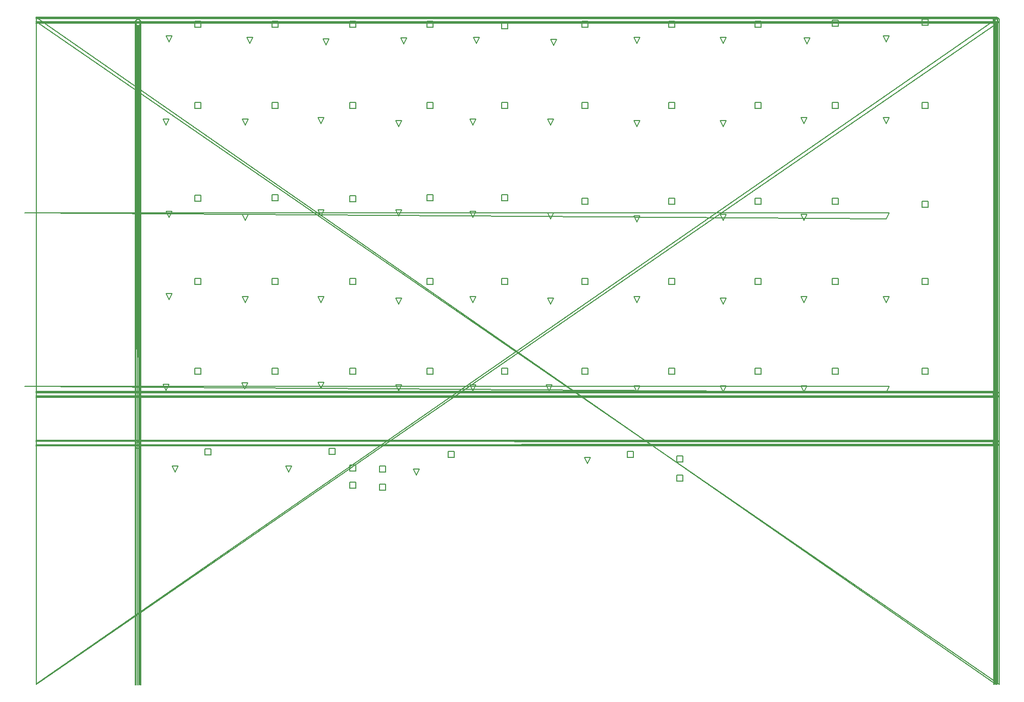
<source format=gbr>
%FSTAX25Y25*%
%MOMM*%
%SFA1B1*%

%IPPOS*%
%ADD33C,0.127000*%
%ADD34C,0.169330*%
%LNldo_test_drawing_1-1*%
%LPD*%
G54D33*
X7049198Y4531697D02*
Y4633297D01*
X7150798*
Y4531697*
X7049198*
Y4820081D02*
Y4921681D01*
X7150798*
Y4820081*
X7049198*
X7549197Y4499198D02*
Y4600798D01*
X7650797*
Y4499198*
X7549197*
Y4799197D02*
Y4900797D01*
X7650797*
Y4799197*
X7549197*
X11704797Y5049199D02*
Y5150799D01*
X11806397*
Y5049199*
X11704797*
X4619198Y5089197D02*
Y5190797D01*
X4720798*
Y5089197*
X4619198*
X12534198Y4649198D02*
Y4750798D01*
X12635798*
Y4649198*
X12534198*
Y4974198D02*
Y5075798D01*
X12635798*
Y4974198*
X12534198*
X8699197Y5049199D02*
Y5150799D01*
X8800797*
Y5049199*
X8699197*
X6704197Y5094198D02*
Y5195798D01*
X6805797*
Y5094198*
X6704197*
X12399197Y6444198D02*
Y6545798D01*
X12500797*
Y6444198*
X12399197*
X13849197D02*
Y6545798D01*
X13950797*
Y6444198*
X13849197*
X15149197D02*
Y6545798D01*
X15250797*
Y6444198*
X15149197*
X16649199D02*
Y6545798D01*
X16750799*
Y6444198*
X16649199*
X9599198D02*
Y6545798D01*
X9700798*
Y6444198*
X9599198*
X8349198D02*
Y6545798D01*
X8450798*
Y6444198*
X8349198*
X7049198D02*
Y6545798D01*
X7150798*
Y6444198*
X7049198*
X5749198D02*
Y6545798D01*
X5850798*
Y6444198*
X5749198*
X4449198D02*
Y6545798D01*
X4550798*
Y6444198*
X4449198*
X16649199Y7949199D02*
Y8050799D01*
X16750799*
Y7949199*
X16649199*
X15149197D02*
Y8050799D01*
X15250797*
Y7949199*
X15149197*
X13849197D02*
Y8050799D01*
X13950797*
Y7949199*
X13849197*
X12399197D02*
Y8050799D01*
X12500797*
Y7949199*
X12399197*
X13849197Y9299199D02*
Y9400799D01*
X13950797*
Y9299199*
X13849197*
X10949198Y7949199D02*
Y8050799D01*
X11050798*
Y7949199*
X10949198*
X9599198D02*
Y8050799D01*
X9700798*
Y7949199*
X9599198*
X8349198D02*
Y8050799D01*
X8450798*
Y7949199*
X8349198*
X7049198D02*
Y8050799D01*
X7150798*
Y7949199*
X7049198*
X5749198D02*
Y8050799D01*
X5850798*
Y7949199*
X5749198*
X4449198D02*
Y8050799D01*
X4550798*
Y7949199*
X4449198*
X16649199Y9249199D02*
Y9350799D01*
X16750799*
Y9249199*
X16649199*
X15149197Y9294197D02*
Y9395797D01*
X15250797*
Y9294197*
X15149197*
X12399197D02*
Y9395797D01*
X12500797*
Y9294197*
X12399197*
X10949198D02*
Y9395797D01*
X11050798*
Y9294197*
X10949198*
X9599198Y9356699D02*
Y9458299D01*
X9700798*
Y9356699*
X9599198*
X8349198D02*
Y9458299D01*
X8450798*
Y9356699*
X8349198*
X7049198Y9342399D02*
Y9443999D01*
X7150798*
Y9342399*
X7049198*
X4449198Y9344197D02*
Y9445797D01*
X4550798*
Y9344197*
X4449198*
X5749198Y9356699D02*
Y9458299D01*
X5850798*
Y9356699*
X5749198*
X16649199Y10906699D02*
Y11008299D01*
X16750799*
Y10906699*
X16649199*
X15149197D02*
Y11008299D01*
X15250797*
Y10906699*
X15149197*
X13849197D02*
Y11008299D01*
X13950797*
Y10906699*
X13849197*
X12399197D02*
Y11008299D01*
X12500797*
Y10906699*
X12399197*
X10949198D02*
Y11008299D01*
X11050798*
Y10906699*
X10949198*
X9599198D02*
Y11008299D01*
X9700798*
Y10906699*
X9599198*
X8349198D02*
Y11008299D01*
X8450798*
Y10906699*
X8349198*
X7049198D02*
Y11008299D01*
X7150798*
Y10906699*
X7049198*
X5749198D02*
Y11008299D01*
X5850798*
Y10906699*
X5749198*
X4449198D02*
Y11008299D01*
X4550798*
Y10906699*
X4449198*
X16649199Y12304699D02*
Y12406299D01*
X16750799*
Y12304699*
X16649199*
X15149197Y12288598D02*
Y12390198D01*
X15250797*
Y12288598*
X15149197*
X13849197Y12266099D02*
Y12367699D01*
X13950797*
Y12266099*
X13849197*
X12399197Y12266698D02*
Y12368298D01*
X12500797*
Y12266698*
X12399197*
X9599198Y12244199D02*
Y12345799D01*
X9700798*
Y12244199*
X9599198*
X10949198Y12271697D02*
Y12373297D01*
X11050798*
Y12271697*
X10949198*
X8349198D02*
Y12373297D01*
X8450798*
Y12271697*
X8349198*
X7049198D02*
Y12373297D01*
X7150798*
Y12271697*
X7049198*
X5749198Y12269198D02*
Y12370798D01*
X5850798*
Y12269198*
X5749198*
X4449198Y12271697D02*
Y12373297D01*
X4550798*
Y12271697*
X4449198*
X10949198Y6444198D02*
Y6545798D01*
X11050798*
Y6444198*
X10949198*
X6024999Y4799197D02*
X5974199Y4900797D01*
X6075799*
X6024999Y4799197*
X8169998Y4749198D02*
X8119198Y4850798D01*
X8220798*
X8169998Y4749198*
X11041049Y4949197D02*
X10990249Y5050797D01*
X11091849*
X11041049Y4949197*
X4119999Y4799197D02*
X4069199Y4900797D01*
X4170799*
X4119999Y4799197*
X14669998Y7649199D02*
X14619198Y7750799D01*
X14720798*
X14669998Y7649199*
X13319998Y7624198D02*
X13269198Y7725798D01*
X13370798*
X13319998Y7624198*
X11869999Y7649199D02*
X11819199Y7750799D01*
X11920799*
X11869999Y7649199*
X10419999Y7624198D02*
X10369199Y7725798D01*
X10470799*
X10419999Y7624198*
X9119999Y7649199D02*
X9069199Y7750799D01*
X9170799*
X9119999Y7649199*
X7869999Y7624198D02*
X7819199Y7725798D01*
X7920799*
X7869999Y7624198*
X6569999Y7649199D02*
X6519199Y7750799D01*
X6620799*
X6569999Y7649199*
X5299999D02*
X5249199Y7750799D01*
X5350799*
X5299999Y7649199*
X4024998Y7699199D02*
X3974198Y7800799D01*
X4075798*
X4024998Y7699199*
Y9074198D02*
X3974198Y9175798D01*
X4075798*
X4024998Y9074198*
X5299999Y9024198D02*
X5249199Y9125798D01*
X5350799*
X5299999Y9024198*
X6569999Y9099199D02*
X6519199Y9200799D01*
X6620799*
X6569999Y9099199*
X7869999D02*
X7819199Y9200799D01*
X7920799*
X7869999Y9099199*
X9119999Y9074198D02*
X9069199Y9175798D01*
X9170799*
X9119999Y9074198*
X10419999Y9049199D02*
X10369199Y9150799D01*
X10470799*
X10419999Y9049199*
X7869999Y10599199D02*
X7819199Y10700799D01*
X7920799*
X7869999Y10599199*
X6569999Y10649198D02*
X6519199Y10750798D01*
X6620799*
X6569999Y10649198*
X5299999Y10624197D02*
X5249199Y10725797D01*
X5350799*
X5299999Y10624197*
X3969999D02*
X3919199Y10725797D01*
X4020799*
X3969999Y10624197*
X4024998Y12024199D02*
X3974198Y12125799D01*
X4075798*
X4024998Y12024199*
X5374998Y11999198D02*
X5324198Y12100798D01*
X5425798*
X5374998Y11999198*
X6649999Y11974197D02*
X6599199Y12075797D01*
X6700799*
X6649999Y11974197*
X7954998Y11986948D02*
X7904198Y12088548D01*
X8005798*
X7954998Y11986948*
X10419999Y10624197D02*
X10369199Y10725797D01*
X10470799*
X10419999Y10624197*
X9119999D02*
X9069199Y10725797D01*
X9170799*
X9119999Y10624197*
X9174998Y11999198D02*
X9124198Y12100798D01*
X9225798*
X9174998Y11999198*
X10474998Y11965449D02*
X10424198Y12067049D01*
X10525798*
X10474998Y11965449*
X13319998Y11999198D02*
X13269198Y12100798D01*
X13370798*
X13319998Y11999198*
X11869999D02*
X11819199Y12100798D01*
X11920799*
X11869999Y11999198*
X14724999Y11986948D02*
X14674199Y12088548D01*
X14775799*
X14724999Y11986948*
X16049998Y12024199D02*
X15999198Y12125799D01*
X16100798*
X16049998Y12024199*
X11869999Y10599199D02*
X11819199Y10700799D01*
X11920799*
X11869999Y10599199*
X13319998D02*
X13269198Y10700799D01*
X13370798*
X13319998Y10599199*
X14669998Y10649198D02*
X14619198Y10750798D01*
X14720798*
X14669998Y10649198*
X16049998D02*
X15999198Y10750798D01*
X16100798*
X16049998Y10649198*
X11869999Y8999199D02*
X11819199Y9100799D01*
X11920799*
X11869999Y8999199*
X13319998Y9024198D02*
X13269198Y9125798D01*
X13370798*
X13319998Y9024198*
X14669998D02*
X14619198Y9125798D01*
X14720798*
X14669998Y9024198*
X16052198Y9049199D02*
X160014Y9150799D01*
X16102998*
X16052198Y9049199*
X16049998Y7649199D02*
X15999198Y7750799D01*
X16100798*
X16049998Y7649199*
X16052198Y6135598D02*
X160014Y6237198D01*
X16102998*
X16052198Y6135598*
X14669998Y6151699D02*
X14619198Y6253299D01*
X14720798*
X14669998Y6151699*
X13319998Y6149197D02*
X13269198Y6250797D01*
X13370798*
X13319998Y6149197*
X11869999D02*
X11819199Y6250797D01*
X11920799*
X11869999Y6149197*
X10399999Y6168547D02*
X10349199Y6270147D01*
X10450799*
X10399999Y6168547*
X9119999Y6165397D02*
X9069199Y6266997D01*
X9170799*
X9119999Y6165397*
X7869999Y6168547D02*
X7819199Y6270147D01*
X7920799*
X7869999Y6168547*
X6569999Y6204198D02*
X6519199Y6305798D01*
X6620799*
X6569999Y6204198*
X5294998Y6199197D02*
X5244198Y6300797D01*
X5345798*
X5294998Y6199197*
X3969999Y6174198D02*
X3919199Y6275798D01*
X4020799*
X3969999Y6174198*
G54D34*
X17950799Y6106203D02*
D01*
X17950675Y6109746*
X17950304Y6113272*
X17949689Y6116764*
X17948831Y6120206*
X17947733Y6123576*
X17946408Y6126866*
X17944853Y6130051*
X1794308Y6133122*
X17941096Y6136063*
X17938912Y6138857*
X1793654Y6141491*
X1793399Y6143955*
X17931274Y6146233*
X17928404Y6148318*
X17925399Y6150195*
X17922267Y6151862*
X17919029Y6153302*
X17915696Y6154516*
X17912288Y6155494*
X17908821Y6156231*
X17905308Y6156723*
X17901772Y6156972*
X17898226*
X17894688Y6156723*
X17891178Y6156231*
X17887708Y6155494*
X178843Y6154516*
X17880967Y6153302*
X17877729Y6151862*
X17874599Y6150195*
X17871592Y6148318*
X17868722Y6146233*
X17866006Y6143955*
X17863456Y6141491*
X17861084Y6138857*
X178589Y6136063*
X17856918Y6133122*
X17855145Y6130051*
X17853591Y6126866*
X17852263Y6123576*
X17851165Y6120206*
X17850309Y6116764*
X17849692Y6113272*
X17849321Y6109746*
X17849199Y6106203*
X17849321Y6102659*
X17849692Y6099131*
X17850309Y6095641*
X17851165Y60922*
X17852263Y6088827*
X17853591Y608554*
X17855145Y6082352*
X17856918Y6079281*
X178589Y6076342*
X17861084Y6073548*
X17863456Y6070914*
X17866006Y6068451*
X17868722Y6066172*
X17871592Y6064087*
X17874599Y6062207*
X17877729Y6060544*
X17880967Y6059101*
X178843Y6057889*
X17887708Y6056911*
X17891178Y6056175*
X17894688Y605568*
X17898226Y6055433*
X17901772*
X17905308Y605568*
X17908821Y6056175*
X17912288Y6056911*
X17915696Y6057889*
X17919029Y6059101*
X17922267Y6060544*
X17925399Y6062207*
X17928404Y6064087*
X17931274Y6066172*
X1793399Y6068451*
X1793654Y6070914*
X17938912Y6073548*
X17941096Y6076342*
X1794308Y6079281*
X17944853Y6082352*
X17946408Y608554*
X17947733Y6088827*
X17948831Y60922*
X17949689Y6095641*
X17950304Y6099131*
X17950675Y6102659*
X17950799Y6106203*
X3550798Y5249999D02*
D01*
X3550676Y5253542*
X3550305Y5257068*
X3549688Y526056*
X3548829Y5264*
X3547734Y5267373*
X3546406Y527066*
X3544851Y5273847*
X3543079Y5276918*
X3541097Y5279857*
X3538913Y5282651*
X3536541Y5285287*
X353399Y5287751*
X3531273Y529003*
X3528405Y5292112*
X3525398Y5293992*
X3522268Y5295658*
X3519027Y5297098*
X3515697Y5298313*
X3512289Y529929*
X3508819Y5300027*
X3505309Y530052*
X3501771Y5300766*
X3498225*
X3494689Y530052*
X3491176Y5300027*
X3487709Y529929*
X34843Y5298313*
X3480968Y5297098*
X3477729Y5295658*
X3474598Y5293992*
X347159Y5292112*
X3468723Y529003*
X3466007Y5287751*
X3463455Y5285287*
X3461082Y5282651*
X34589Y5279857*
X3456917Y5276918*
X3455144Y5273847*
X3453589Y527066*
X3452261Y5267373*
X3451166Y5264*
X3450308Y526056*
X3449693Y5257068*
X3449322Y5253542*
X3449198Y5249999*
X3449322Y5246456*
X3449693Y5242928*
X3450308Y5239435*
X3451166Y5235996*
X3452261Y5232623*
X3453589Y5229336*
X3455144Y5226149*
X3456917Y5223078*
X34589Y5220139*
X3461082Y5217345*
X3463455Y5214708*
X3466007Y5212247*
X3468723Y5209966*
X347159Y5207883*
X3474598Y5206004*
X3477729Y520434*
X3480968Y5202897*
X34843Y5201686*
X3487709Y5200708*
X3491176Y5199969*
X3494689Y5199476*
X3498225Y519923*
X3501771*
X3505309Y5199476*
X3508819Y5199969*
X3512289Y5200708*
X3515697Y5201686*
X3519027Y5202897*
X3522268Y520434*
X3525398Y5206004*
X3528405Y5207883*
X3531273Y5209966*
X353399Y5212247*
X3536541Y5214708*
X3538913Y5217345*
X3541097Y5220139*
X3543079Y5223078*
X3544851Y5226149*
X3546406Y5229336*
X3547734Y5232623*
X3548829Y5235996*
X3549688Y5239435*
X3550305Y5242928*
X3550676Y5246456*
X3550798Y5249999*
X17950799Y5289397D02*
D01*
X17950675Y5292943*
X17950304Y5296468*
X17949689Y5299961*
X17948831Y53034*
X17947733Y5306773*
X17946408Y531006*
X17944853Y5313248*
X1794308Y5316319*
X17941096Y5319257*
X17938912Y5322051*
X1793654Y5324688*
X1793399Y5327149*
X17931274Y532943*
X17928404Y5331513*
X17925399Y5333392*
X17922267Y5335056*
X17919029Y5336499*
X17915696Y5337713*
X17912288Y5338688*
X17908821Y5339427*
X17905308Y533992*
X17901772Y5340167*
X17898226*
X17894688Y533992*
X17891178Y5339427*
X17887708Y5338688*
X178843Y5337713*
X17880967Y5336499*
X17877729Y5335056*
X17874599Y5333392*
X17871592Y5331513*
X17868722Y532943*
X17866006Y5327149*
X17863456Y5324688*
X17861084Y5322051*
X178589Y5319257*
X17856918Y5316319*
X17855145Y5313248*
X17853591Y531006*
X17852263Y5306773*
X17851165Y53034*
X17850309Y5299961*
X17849692Y5296468*
X17849321Y5292943*
X17849199Y5289397*
X17849321Y5285854*
X17849692Y5282328*
X17850309Y5278836*
X17851165Y5275397*
X17852263Y5272024*
X17853591Y5268737*
X17855145Y5265549*
X17856918Y5262478*
X178589Y5259539*
X17861084Y5256745*
X17863456Y5254109*
X17866006Y5251648*
X17868722Y5249367*
X17871592Y5247284*
X17874599Y5245404*
X17877729Y5243741*
X17880967Y5242298*
X178843Y5241084*
X17887708Y5240108*
X17891178Y5239369*
X17894688Y5238877*
X17898226Y523863*
X17901772*
X17905308Y5238877*
X17908821Y5239369*
X17912288Y5240108*
X17915696Y5241084*
X17919029Y5242298*
X17922267Y5243741*
X17925399Y5245404*
X17928404Y5247284*
X17931274Y5249367*
X1793399Y5251648*
X1793654Y5254109*
X17938912Y5256745*
X17941096Y5259539*
X1794308Y5262478*
X17944853Y5265549*
X17946408Y5268737*
X17947733Y5272024*
X17948831Y5275397*
X17949689Y5278836*
X17950304Y5282328*
X17950675Y5285854*
X17950799Y5289397*
Y12389398D02*
D01*
X17950675Y12392941*
X17950304Y12396467*
X17949689Y12399959*
X17948831Y12403401*
X17947733Y12406772*
X17946408Y12410061*
X17944853Y12413246*
X1794308Y12416317*
X17941096Y12419258*
X17938912Y12422052*
X1793654Y12424686*
X1793399Y1242715*
X17931274Y12429429*
X17928404Y12431514*
X17925399Y12433393*
X17922267Y12435057*
X17919029Y124365*
X17915696Y12437711*
X17912288Y12438689*
X17908821Y12439426*
X17905308Y12439919*
X17901772Y12440168*
X17898226*
X17894688Y12439919*
X17891178Y12439426*
X17887708Y12438689*
X178843Y12437711*
X17880967Y124365*
X17877729Y12435057*
X17874599Y12433393*
X17871592Y12431514*
X17868722Y12429429*
X17866006Y1242715*
X17863456Y12424686*
X17861084Y12422052*
X178589Y12419258*
X17856918Y12416317*
X17855145Y12413246*
X17853591Y12410061*
X17852263Y12406772*
X17851165Y12403401*
X17850309Y12399959*
X17849692Y12396467*
X17849321Y12392941*
X17849199Y12389398*
X17849321Y12385855*
X17849692Y12382329*
X17850309Y12378837*
X17851165Y12375395*
X17852263Y12372025*
X17853591Y12368735*
X17855145Y1236555*
X17856918Y12362479*
X178589Y12359538*
X17861084Y12356744*
X17863456Y1235411*
X17866006Y12351646*
X17868722Y12349368*
X17871592Y12347282*
X17874599Y12345405*
X17877729Y12343739*
X17880967Y12342296*
X178843Y12341085*
X17887708Y12340107*
X17891178Y1233937*
X17894688Y12338878*
X17898226Y12338629*
X17901772*
X17905308Y12338878*
X17908821Y1233937*
X17912288Y12340107*
X17915696Y12341085*
X17919029Y12342296*
X17922267Y12343739*
X17925399Y12345405*
X17928404Y12347282*
X17931274Y12349368*
X1793399Y12351646*
X1793654Y1235411*
X17938912Y12356744*
X17941096Y12359538*
X1794308Y12362479*
X17944853Y1236555*
X17946408Y12368735*
X17947733Y12372025*
X17948831Y12375395*
X17949689Y12378837*
X17950304Y12382329*
X17950675Y12385855*
X17950799Y12389398*
X3550798Y12349998D02*
D01*
X3550676Y12353541*
X3550305Y12357069*
X3549688Y12360559*
X3548829Y12364001*
X3547734Y12367374*
X3546406Y12370661*
X3544851Y12373848*
X3543079Y12376919*
X3541097Y12379858*
X3538913Y12382652*
X3536541Y12385286*
X353399Y1238775*
X3531273Y12390028*
X3528405Y12392113*
X3525398Y12393993*
X3522268Y12395657*
X3519027Y12397099*
X3515697Y12398311*
X3512289Y12399289*
X3508819Y12400026*
X3505309Y12400521*
X3501771Y12400767*
X3498225*
X3494689Y12400521*
X3491176Y12400026*
X3487709Y12399289*
X34843Y12398311*
X3480968Y12397099*
X3477729Y12395657*
X3474598Y12393993*
X347159Y12392113*
X3468723Y12390028*
X3466007Y1238775*
X3463455Y12385286*
X3461082Y12382652*
X34589Y12379858*
X3456917Y12376919*
X3455144Y12373848*
X3453589Y12370661*
X3452261Y12367374*
X3451166Y12364001*
X3450308Y12360559*
X3449693Y12357069*
X3449322Y12353541*
X3449198Y12349998*
X3449322Y12346454*
X3449693Y12342929*
X3450308Y12339436*
X3451166Y12335995*
X3452261Y12332624*
X3453589Y12329335*
X3455144Y1232615*
X3456917Y12323079*
X34589Y1232014*
X3461082Y12317343*
X3463455Y12314709*
X3466007Y12312246*
X3468723Y12309967*
X347159Y12307882*
X3474598Y12306005*
X3477729Y12304339*
X3480968Y12302898*
X34843Y12301684*
X3487709Y12300706*
X3491176Y1229997*
X3494689Y12299477*
X3498225Y12299228*
X3501771*
X3505309Y12299477*
X3508819Y1229997*
X3512289Y12300706*
X3515697Y12301684*
X3519027Y12302898*
X3522268Y12304339*
X3525398Y12306005*
X3528405Y12307882*
X3531273Y12309967*
X353399Y12312246*
X3536541Y12314709*
X3538913Y12317343*
X3541097Y1232014*
X3543079Y12323079*
X3544851Y1232615*
X3546406Y12329335*
X3547734Y12332624*
X3548829Y12335995*
X3549688Y12339436*
X3550305Y12342929*
X3550676Y12346454*
X3550798Y12349998*
M02*
</source>
